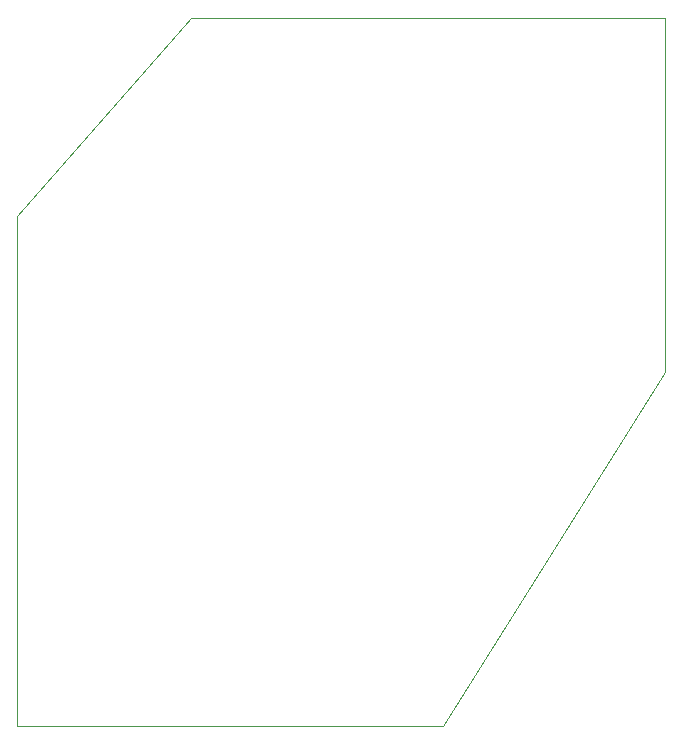
<source format=gbr>
%TF.GenerationSoftware,KiCad,Pcbnew,(5.1.6)-1*%
%TF.CreationDate,2020-06-10T16:57:24-05:00*%
%TF.ProjectId,GameVision50 Redesign,47616d65-5669-4736-996f-6e3530205265,rev?*%
%TF.SameCoordinates,Original*%
%TF.FileFunction,Paste,Bot*%
%TF.FilePolarity,Positive*%
%FSLAX46Y46*%
G04 Gerber Fmt 4.6, Leading zero omitted, Abs format (unit mm)*
G04 Created by KiCad (PCBNEW (5.1.6)-1) date 2020-06-10 16:57:25*
%MOMM*%
%LPD*%
G01*
G04 APERTURE LIST*
%TA.AperFunction,Profile*%
%ADD10C,0.050000*%
%TD*%
G04 APERTURE END LIST*
D10*
X116332000Y-50800000D02*
X156464000Y-50800000D01*
X101600000Y-67564000D02*
X116332000Y-50800000D01*
X101600000Y-110744000D02*
X101600000Y-67564000D01*
X137668000Y-110744000D02*
X101600000Y-110744000D01*
X156464000Y-80772000D02*
X137668000Y-110744000D01*
X156464000Y-50800000D02*
X156464000Y-80772000D01*
M02*

</source>
